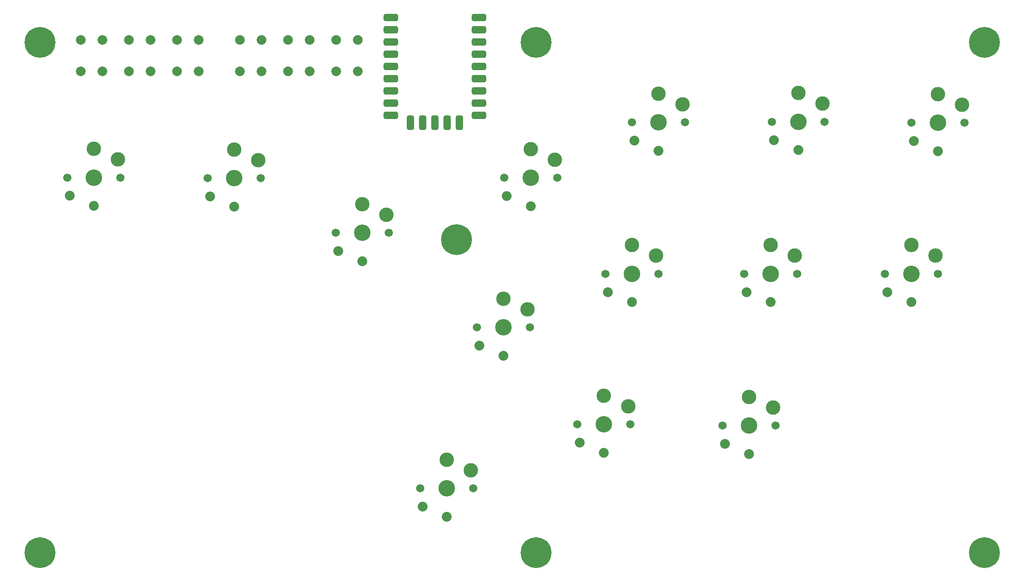
<source format=gts>
%TF.GenerationSoftware,KiCad,Pcbnew,7.0.5*%
%TF.CreationDate,2023-08-12T18:11:27-04:00*%
%TF.ProjectId,Flatbox-rev5B,466c6174-626f-4782-9d72-657635422e6b,rev?*%
%TF.SameCoordinates,Original*%
%TF.FileFunction,Soldermask,Top*%
%TF.FilePolarity,Negative*%
%FSLAX46Y46*%
G04 Gerber Fmt 4.6, Leading zero omitted, Abs format (unit mm)*
G04 Created by KiCad (PCBNEW 7.0.5) date 2023-08-12 18:11:27*
%MOMM*%
%LPD*%
G01*
G04 APERTURE LIST*
G04 Aperture macros list*
%AMRoundRect*
0 Rectangle with rounded corners*
0 $1 Rounding radius*
0 $2 $3 $4 $5 $6 $7 $8 $9 X,Y pos of 4 corners*
0 Add a 4 corners polygon primitive as box body*
4,1,4,$2,$3,$4,$5,$6,$7,$8,$9,$2,$3,0*
0 Add four circle primitives for the rounded corners*
1,1,$1+$1,$2,$3*
1,1,$1+$1,$4,$5*
1,1,$1+$1,$6,$7*
1,1,$1+$1,$8,$9*
0 Add four rect primitives between the rounded corners*
20,1,$1+$1,$2,$3,$4,$5,0*
20,1,$1+$1,$4,$5,$6,$7,0*
20,1,$1+$1,$6,$7,$8,$9,0*
20,1,$1+$1,$8,$9,$2,$3,0*%
G04 Aperture macros list end*
%ADD10C,1.701800*%
%ADD11C,3.000000*%
%ADD12C,3.429000*%
%ADD13C,2.032000*%
%ADD14C,6.400000*%
%ADD15C,2.000000*%
%ADD16RoundRect,0.381000X1.119000X0.381000X-1.119000X0.381000X-1.119000X-0.381000X1.119000X-0.381000X0*%
%ADD17RoundRect,0.381000X-0.381000X1.119000X-0.381000X-1.119000X0.381000X-1.119000X0.381000X1.119000X0*%
%ADD18RoundRect,0.381000X0.381000X-1.119000X0.381000X1.119000X-0.381000X1.119000X-0.381000X-1.119000X0*%
G04 APERTURE END LIST*
D10*
X81820000Y-65170000D03*
D11*
X87320000Y-59220000D03*
D12*
X87320000Y-65170000D03*
D11*
X92320000Y-61420000D03*
D10*
X92820000Y-65170000D03*
D13*
X87320000Y-71070000D03*
X82320000Y-68970000D03*
D10*
X108420000Y-76520000D03*
D11*
X113920000Y-70570000D03*
D12*
X113920000Y-76520000D03*
D11*
X118920000Y-72770000D03*
D10*
X119420000Y-76520000D03*
D13*
X113920000Y-82420000D03*
X108920000Y-80320000D03*
D10*
X125920000Y-129620000D03*
D11*
X131420000Y-123670000D03*
D12*
X131420000Y-129620000D03*
D11*
X136420000Y-125870000D03*
D10*
X136920000Y-129620000D03*
D13*
X131420000Y-135520000D03*
X126420000Y-133420000D03*
D10*
X143360000Y-65110000D03*
D11*
X148860000Y-59160000D03*
D12*
X148860000Y-65110000D03*
D11*
X153860000Y-61360000D03*
D10*
X154360000Y-65110000D03*
D13*
X148860000Y-71010000D03*
X143860000Y-68910000D03*
D10*
X169920000Y-53580000D03*
D11*
X175420000Y-47630000D03*
D12*
X175420000Y-53580000D03*
D11*
X180420000Y-49830000D03*
D10*
X180920000Y-53580000D03*
D13*
X175420000Y-59480000D03*
X170420000Y-57380000D03*
D10*
X198890000Y-53460000D03*
D11*
X204390000Y-47510000D03*
D12*
X204390000Y-53460000D03*
D11*
X209390000Y-49710000D03*
D10*
X209890000Y-53460000D03*
D13*
X204390000Y-59360000D03*
X199390000Y-57260000D03*
D10*
X227860000Y-53700000D03*
D11*
X233360000Y-47750000D03*
D12*
X233360000Y-53700000D03*
D11*
X238360000Y-49950000D03*
D10*
X238860000Y-53700000D03*
D13*
X233360000Y-59600000D03*
X228360000Y-57500000D03*
D10*
X137750000Y-96150000D03*
D11*
X143250000Y-90200000D03*
D12*
X143250000Y-96150000D03*
D11*
X148250000Y-92400000D03*
D10*
X148750000Y-96150000D03*
D13*
X143250000Y-102050000D03*
X138250000Y-99950000D03*
D10*
X164360000Y-85040000D03*
D11*
X169860000Y-79090000D03*
D12*
X169860000Y-85040000D03*
D11*
X174860000Y-81290000D03*
D10*
X175360000Y-85040000D03*
D13*
X169860000Y-90940000D03*
X164860000Y-88840000D03*
D10*
X193210000Y-85040000D03*
D11*
X198710000Y-79090000D03*
D12*
X198710000Y-85040000D03*
D11*
X203710000Y-81290000D03*
D10*
X204210000Y-85040000D03*
D13*
X198710000Y-90940000D03*
X193710000Y-88840000D03*
D10*
X222420000Y-85040000D03*
D11*
X227920000Y-79090000D03*
D12*
X227920000Y-85040000D03*
D11*
X232920000Y-81290000D03*
D10*
X233420000Y-85040000D03*
D13*
X227920000Y-90940000D03*
X222920000Y-88840000D03*
D14*
X47000000Y-37000000D03*
X47000000Y-143000000D03*
X243000000Y-143000000D03*
X243000000Y-37000000D03*
D10*
X52725000Y-65050000D03*
D11*
X58225000Y-59100000D03*
D12*
X58225000Y-65050000D03*
D11*
X63225000Y-61300000D03*
D10*
X63725000Y-65050000D03*
D13*
X58225000Y-70950000D03*
X53225000Y-68850000D03*
D14*
X150000000Y-37000000D03*
D15*
X88500000Y-43000000D03*
X88500000Y-36500000D03*
X93000000Y-43000000D03*
X93000000Y-36500000D03*
X65500000Y-43000000D03*
X65500000Y-36500000D03*
X70000000Y-43000000D03*
X70000000Y-36500000D03*
X98500000Y-43000000D03*
X98500000Y-36500000D03*
X103000000Y-43000000D03*
X103000000Y-36500000D03*
D10*
X158584000Y-116332000D03*
D11*
X164084000Y-110382000D03*
D12*
X164084000Y-116332000D03*
D11*
X169084000Y-112582000D03*
D10*
X169584000Y-116332000D03*
D13*
X164084000Y-122232000D03*
X159084000Y-120132000D03*
D10*
X188718111Y-116586000D03*
D11*
X194218111Y-110636000D03*
D12*
X194218111Y-116586000D03*
D11*
X199218111Y-112836000D03*
D10*
X199718111Y-116586000D03*
D13*
X194218111Y-122486000D03*
X189218111Y-120386000D03*
D15*
X108500000Y-43000000D03*
X108500000Y-36500000D03*
X113000000Y-43000000D03*
X113000000Y-36500000D03*
D14*
X133500000Y-78000000D03*
X150000000Y-143000000D03*
D16*
X138160000Y-31840000D03*
X138160000Y-34380000D03*
X138160000Y-36920000D03*
X138160000Y-39460000D03*
X138160000Y-42000000D03*
X138160000Y-44540000D03*
X138160000Y-47080000D03*
X138160000Y-49620000D03*
X138160000Y-52160000D03*
D17*
X134080000Y-53700000D03*
X131540000Y-53700000D03*
X129000000Y-53700000D03*
X126460000Y-53700000D03*
D18*
X123920000Y-53700000D03*
D16*
X119840000Y-52160000D03*
X119840000Y-49620000D03*
X119840000Y-47080000D03*
X119840000Y-44540000D03*
X119840000Y-42000000D03*
X119840000Y-39460000D03*
X119840000Y-36920000D03*
X119840000Y-31840000D03*
X119840000Y-34380000D03*
D15*
X75500000Y-43000000D03*
X75500000Y-36500000D03*
X80000000Y-43000000D03*
X80000000Y-36500000D03*
X55500000Y-43000000D03*
X55500000Y-36500000D03*
X60000000Y-43000000D03*
X60000000Y-36500000D03*
M02*

</source>
